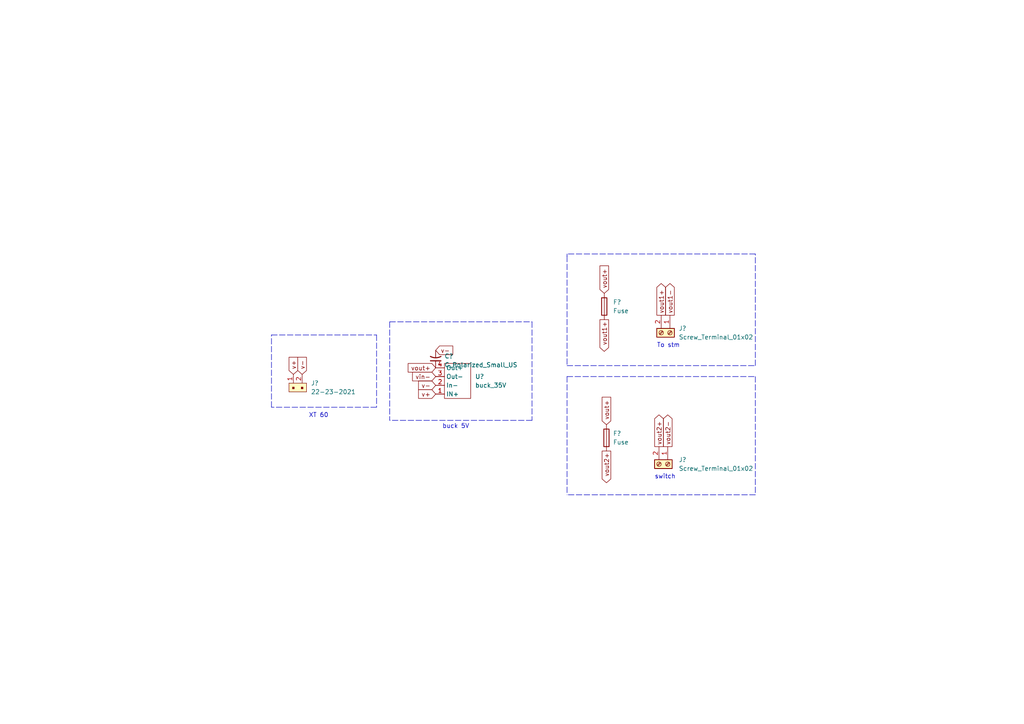
<source format=kicad_sch>
(kicad_sch (version 20211123) (generator eeschema)
  (paper "A4")
  (lib_symbols
    (symbol "Connector:Screw_Terminal_01x02" (pin_names (offset 1.016) hide)
      (property "Reference" "J" (at 0 2.54 0))
      (property "Value" "Screw_Terminal_01x02" (at 0 -5.08 0))
      (symbol "Screw_Terminal_01x02_1_1"
        (rectangle (start -1.27 1.27) (end 1.27 -3.81) (stroke (width 0.254)) (fill (type background)))
        (circle (center 0 -2.54) (radius 0.635) (stroke (width 0.1524)))
        (polyline (pts (xy -0.5334 -2.2098) (xy 0.3302 -3.048)) (stroke (width 0.1524)))
        (polyline (pts (xy -0.5334 0.3302) (xy 0.3302 -0.508)) (stroke (width 0.1524)))
        (polyline (pts (xy -0.3556 -2.032) (xy 0.508 -2.8702)) (stroke (width 0.1524)))
        (polyline (pts (xy -0.3556 0.508) (xy 0.508 -0.3302)) (stroke (width 0.1524)))
        (circle (center 0 0) (radius 0.635) (stroke (width 0.1524)))
        (pin passive line (at -5.08 0 0) (length 3.81) (name "Pin_1") (number "1"))
        (pin passive line (at -5.08 -2.54 0) (length 3.81) (name "Pin_2") (number "2"))
      )
    )
    (symbol "Device:C_Polarized_Small_US" (pin_numbers hide) (pin_names (offset 0.254) hide)
      (property "Reference" "C" (at 0.254 1.778 0))
      (property "Value" "C_Polarized_Small_US" (at 0.254 -2.032 0))
      (symbol "C_Polarized_Small_US_0_1"
        (polyline (pts (xy -1.524 0.508) (xy 1.524 0.508)) (stroke (width 0.3048)))
        (polyline (pts (xy -1.27 1.524) (xy -0.762 1.524)))
        (polyline (pts (xy -1.016 1.27) (xy -1.016 1.778)))
        (arc (start 1.524 -0.762) (mid 0 -0.3734) (end -1.524 -0.762) (stroke (width 0.3048)))
      )
      (symbol "C_Polarized_Small_US_1_1"
        (pin passive line (at 0 2.54 270) (length 2.032) (name "~") (number "1"))
        (pin passive line (at 0 -2.54 90) (length 2.032) (name "~") (number "2"))
      )
    )
    (symbol "Device:Fuse" (pin_numbers hide) (pin_names (offset 0))
      (property "Reference" "F" (at 2.032 0 90))
      (property "Value" "Fuse" (at -1.905 0 90))
      (symbol "Fuse_0_1"
        (rectangle (start -0.762 -2.54) (end 0.762 2.54) (stroke (width 0.254)))
        (polyline (pts (xy 0 2.54) (xy 0 -2.54)))
      )
      (symbol "Fuse_1_1"
        (pin passive line (at 0 3.81 270) (length 1.27) (name "~") (number "1"))
        (pin passive line (at 0 -3.81 90) (length 1.27) (name "~") (number "2"))
      )
    )
    (symbol "New_Library:buck_35V"
      (property "Reference" "U" (at 0 0 0))
      (property "Value" "buck_35V" (at 0 0 0))
      (symbol "buck_35V_0_1"
        (rectangle (start -3.81 -2.54) (end 3.81 -12.7))
      )
      (symbol "buck_35V_1_1"
        (pin input line (at 6.35 -3.81 180) (length 2.54) (name "IN+") (number "1"))
        (pin input line (at 6.35 -6.35 180) (length 2.54) (name "In-") (number "2"))
        (pin output line (at 6.35 -8.89 180) (length 2.54) (name "Out-") (number "3"))
        (pin output line (at 6.35 -11.43 180) (length 2.54) (name "Out+") (number "4"))
      )
    )
    (symbol "dk_Rectangular-Connectors-Headers-Male-Pins:22-23-2021" (pin_names (offset 1.016))
      (property "Reference" "J" (at -2.54 1.27 0))
      (property "Value" "22-23-2021" (at 1.27 -3.81 0))
      (symbol "22-23-2021_1_1"
        (rectangle (start -1.27 0) (end 3.81 -2.54) (fill (type background)))
        (rectangle (start -0.254 -1.143) (end 0.254 -1.651) (fill (type outline)))
        (rectangle (start 2.286 -1.143) (end 2.794 -1.651) (fill (type outline)))
        (pin passive line (at 0 2.54 270) (length 2.54) (name "~") (number "1"))
        (pin passive line (at 2.54 2.54 270) (length 2.54) (name "~") (number "2"))
      )
    )
  )
  (polyline (pts (xy 109.22 118.11) (xy 78.74 118.11)))
  (polyline (pts (xy 164.465 109.22) (xy 164.465 143.51)))
  (polyline (pts (xy 113.03 93.345) (xy 113.03 121.92)))
  (polyline (pts (xy 109.22 97.155) (xy 109.22 118.11)))
  (polyline (pts (xy 164.465 106.045) (xy 219.075 106.045)))
  (polyline (pts (xy 164.465 109.22) (xy 219.075 109.22)))
  (polyline (pts (xy 164.465 74.295) (xy 164.465 106.045)))
  (polyline (pts (xy 219.075 143.51) (xy 164.465 143.51)))
  (polyline (pts (xy 154.305 93.345) (xy 154.305 121.92)))
  (polyline (pts (xy 113.03 93.345) (xy 154.305 93.345)))
  (polyline (pts (xy 164.465 73.66) (xy 164.465 74.295)))
  (polyline (pts (xy 219.075 106.045) (xy 219.075 73.66)))
  (polyline (pts (xy 219.075 73.66) (xy 164.465 73.66)))
  (polyline (pts (xy 219.075 109.22) (xy 219.075 143.51)))
  (polyline (pts (xy 154.305 121.92) (xy 113.03 121.92)))
  (polyline (pts (xy 78.74 97.155) (xy 109.22 97.155)))
  (polyline (pts (xy 78.74 118.11) (xy 78.74 97.155)))
  (text "buck 5V " (at 128.27 124.46 0) (effects (font (size 1.27 1.27)) (justify left bottom)))
  (text "To stm" (at 190.5 100.965 0) (effects (font (size 1.27 1.27)) (justify left bottom)))
  (text "XT 60" (at 89.535 121.285 0) (effects (font (size 1.27 1.27)) (justify left bottom)))
  (text "switch" (at 189.865 139.065 0) (effects (font (size 1.27 1.27)) (justify left bottom)))
  (global_label "v-" (shape input) (at 126.365 111.76 180) (property "Intersheet References" "${INTERSHEET_REFS}" (effects hide)))
  (global_label "vout+" (shape input) (at 126.365 106.68 180) (property "Intersheet References" "${INTERSHEET_REFS}" (effects hide)))
  (global_label "v+" (shape input) (at 85.09 108.585 90) (property "Intersheet References" "${INTERSHEET_REFS}" (effects hide)))
  (global_label "vout2-" (shape output) (at 193.675 129.54 90) (property "Intersheet References" "${INTERSHEET_REFS}" (effects hide)))
  (global_label "v-" (shape input) (at 126.365 101.6 0) (property "Intersheet References" "${INTERSHEET_REFS}" (effects hide)))
  (global_label "vin-" (shape input) (at 126.365 109.22 180) (property "Intersheet References" "${INTERSHEET_REFS}" (effects hide)))
  (global_label "vout1-" (shape output) (at 194.31 91.44 90) (property "Intersheet References" "${INTERSHEET_REFS}" (effects hide)))
  (global_label "v+" (shape input) (at 126.365 114.3 180) (property "Intersheet References" "${INTERSHEET_REFS}" (effects hide)))
  (global_label "v-" (shape input) (at 87.63 108.585 90) (property "Intersheet References" "${INTERSHEET_REFS}" (effects hide)))
  (global_label "vout+" (shape input) (at 175.895 123.19 90) (property "Intersheet References" "${INTERSHEET_REFS}" (effects hide)))
  (global_label "vout1+" (shape output) (at 191.77 91.44 90) (property "Intersheet References" "${INTERSHEET_REFS}" (effects hide)))
  (global_label "vout+" (shape input) (at 175.26 85.09 90) (property "Intersheet References" "${INTERSHEET_REFS}" (effects hide)))
  (global_label "vout2+" (shape output) (at 191.135 129.54 90) (property "Intersheet References" "${INTERSHEET_REFS}" (effects hide)))
  (global_label "vout1+" (shape output) (at 175.26 92.71 270) (property "Intersheet References" "${INTERSHEET_REFS}" (effects hide)))
  (global_label "vout2+" (shape output) (at 175.895 130.81 270) (property "Intersheet References" "${INTERSHEET_REFS}" (effects hide)))
  (symbol (lib_id "Device:C_Polarized_Small_US") (at 126.365 104.14 180) (unit 1)
    (property "Reference" "C?" (at 128.905 103.3017 0) (effects (justify right)))
    (property "Value" "C_Polarized_Small_US" (at 128.905 105.8417 0) (effects (justify right)))
  )
  (symbol (lib_id "Connector:Screw_Terminal_01x02") (at 194.31 96.52 270) (unit 1)
    (property "Reference" "J?" (at 196.85 95.2499 90) (effects (justify left)))
    (property "Value" "Screw_Terminal_01x02" (at 196.85 97.7899 90) (effects (justify left)))
  )
  (symbol (lib_id "Device:Fuse") (at 175.26 88.9 0) (unit 1)
    (property "Reference" "F?" (at 177.8 87.6299 0) (effects (justify left)))
    (property "Value" "Fuse" (at 177.8 90.1699 0) (effects (justify left)))
  )
  (symbol (lib_id "New_Library:buck_35V") (at 132.715 118.11 180) (unit 1)
    (property "Reference" "U?" (at 137.795 109.2199 0) (effects (justify right)))
    (property "Value" "buck_35V" (at 137.795 111.7599 0) (effects (justify right)))
  )
  (symbol (lib_id "dk_Rectangular-Connectors-Headers-Male-Pins:22-23-2021") (at 85.09 111.125 0) (unit 1)
    (property "Reference" "J?" (at 90.17 111.1249 0) (effects (justify left)))
    (property "Value" "22-23-2021" (at 90.17 113.6649 0) (effects (justify left)))
    (property "Footprint" "digikey-footprints:PinHeader_1x2_P2.54mm_Drill1.02mm" (effects hide))
    (property "Datasheet" "https://media.digikey.com/pdf/Data%20Sheets/Molex%20PDFs/A-6373-N_Series_Dwg_2010-12-03.pdf" (effects hide))
    (property "Digi-Key_PN" "WM4200-ND" (effects hide))
    (property "MPN" "22-23-2021" (effects hide))
    (property "Category" "Connectors, Interconnects" (effects hide))
    (property "Family" "Rectangular Connectors - Headers, Male Pins" (effects hide))
    (property "DK_Datasheet_Link" "https://media.digikey.com/pdf/Data%20Sheets/Molex%20PDFs/A-6373-N_Series_Dwg_2010-12-03.pdf" (effects hide))
    (property "DK_Detail_Page" "/product-detail/en/molex/22-23-2021/WM4200-ND/26667" (effects hide))
    (property "Description" "CONN HEADER VERT 2POS 2.54MM" (effects hide))
    (property "Manufacturer" "Molex" (effects hide))
    (property "Status" "Active" (effects hide))
  )
  (symbol (lib_id "Connector:Screw_Terminal_01x02") (at 193.675 134.62 270) (unit 1)
    (property "Reference" "J?" (at 196.85 133.3499 90) (effects (justify left)))
    (property "Value" "Screw_Terminal_01x02" (at 196.85 135.8899 90) (effects (justify left)))
  )
  (symbol (lib_id "Device:Fuse") (at 175.895 127 0) (unit 1)
    (property "Reference" "F?" (at 177.8 125.7299 0) (effects (justify left)))
    (property "Value" "Fuse" (at 177.8 128.2699 0) (effects (justify left)))
  )
)
</source>
